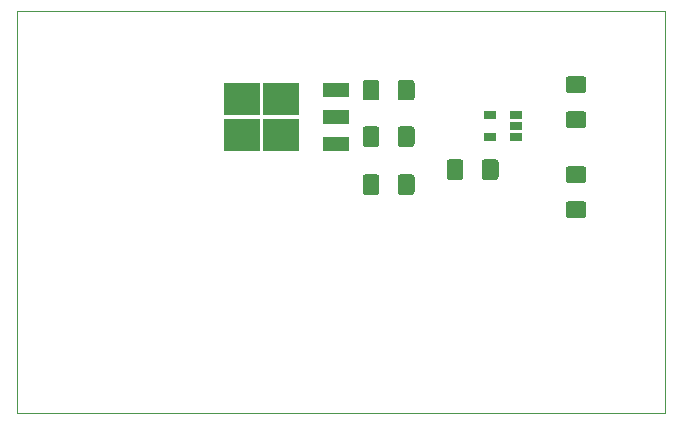
<source format=gbr>
G04 #@! TF.GenerationSoftware,KiCad,Pcbnew,5.1.6-c6e7f7d~86~ubuntu18.04.1*
G04 #@! TF.CreationDate,2020-06-27T17:21:00+01:00*
G04 #@! TF.ProjectId,UV_LED_Driver,55565f4c-4544-45f4-9472-697665722e6b,rev?*
G04 #@! TF.SameCoordinates,Original*
G04 #@! TF.FileFunction,Paste,Top*
G04 #@! TF.FilePolarity,Positive*
%FSLAX46Y46*%
G04 Gerber Fmt 4.6, Leading zero omitted, Abs format (unit mm)*
G04 Created by KiCad (PCBNEW 5.1.6-c6e7f7d~86~ubuntu18.04.1) date 2020-06-27 17:21:00*
%MOMM*%
%LPD*%
G01*
G04 APERTURE LIST*
G04 #@! TA.AperFunction,Profile*
%ADD10C,0.050000*%
G04 #@! TD*
%ADD11R,1.060000X0.650000*%
%ADD12R,3.050000X2.750000*%
%ADD13R,2.200000X1.200000*%
G04 APERTURE END LIST*
D10*
X203200000Y-58420000D02*
X203200000Y-92456000D01*
X148336000Y-58420000D02*
X203200000Y-58420000D01*
X148336000Y-92456000D02*
X148336000Y-58420000D01*
X203200000Y-92456000D02*
X148336000Y-92456000D01*
D11*
X188384000Y-69149000D03*
X188384000Y-67249000D03*
X190584000Y-67249000D03*
X190584000Y-68199000D03*
X190584000Y-69149000D03*
G36*
G01*
X180607000Y-69713000D02*
X180607000Y-68463000D01*
G75*
G02*
X180857000Y-68213000I250000J0D01*
G01*
X181782000Y-68213000D01*
G75*
G02*
X182032000Y-68463000I0J-250000D01*
G01*
X182032000Y-69713000D01*
G75*
G02*
X181782000Y-69963000I-250000J0D01*
G01*
X180857000Y-69963000D01*
G75*
G02*
X180607000Y-69713000I0J250000D01*
G01*
G37*
G36*
G01*
X177632000Y-69713000D02*
X177632000Y-68463000D01*
G75*
G02*
X177882000Y-68213000I250000J0D01*
G01*
X178807000Y-68213000D01*
G75*
G02*
X179057000Y-68463000I0J-250000D01*
G01*
X179057000Y-69713000D01*
G75*
G02*
X178807000Y-69963000I-250000J0D01*
G01*
X177882000Y-69963000D01*
G75*
G02*
X177632000Y-69713000I0J250000D01*
G01*
G37*
G36*
G01*
X180607000Y-65776000D02*
X180607000Y-64526000D01*
G75*
G02*
X180857000Y-64276000I250000J0D01*
G01*
X181782000Y-64276000D01*
G75*
G02*
X182032000Y-64526000I0J-250000D01*
G01*
X182032000Y-65776000D01*
G75*
G02*
X181782000Y-66026000I-250000J0D01*
G01*
X180857000Y-66026000D01*
G75*
G02*
X180607000Y-65776000I0J250000D01*
G01*
G37*
G36*
G01*
X177632000Y-65776000D02*
X177632000Y-64526000D01*
G75*
G02*
X177882000Y-64276000I250000J0D01*
G01*
X178807000Y-64276000D01*
G75*
G02*
X179057000Y-64526000I0J-250000D01*
G01*
X179057000Y-65776000D01*
G75*
G02*
X178807000Y-66026000I-250000J0D01*
G01*
X177882000Y-66026000D01*
G75*
G02*
X177632000Y-65776000I0J250000D01*
G01*
G37*
G36*
G01*
X180607000Y-73777000D02*
X180607000Y-72527000D01*
G75*
G02*
X180857000Y-72277000I250000J0D01*
G01*
X181782000Y-72277000D01*
G75*
G02*
X182032000Y-72527000I0J-250000D01*
G01*
X182032000Y-73777000D01*
G75*
G02*
X181782000Y-74027000I-250000J0D01*
G01*
X180857000Y-74027000D01*
G75*
G02*
X180607000Y-73777000I0J250000D01*
G01*
G37*
G36*
G01*
X177632000Y-73777000D02*
X177632000Y-72527000D01*
G75*
G02*
X177882000Y-72277000I250000J0D01*
G01*
X178807000Y-72277000D01*
G75*
G02*
X179057000Y-72527000I0J-250000D01*
G01*
X179057000Y-73777000D01*
G75*
G02*
X178807000Y-74027000I-250000J0D01*
G01*
X177882000Y-74027000D01*
G75*
G02*
X177632000Y-73777000I0J250000D01*
G01*
G37*
D12*
X170771000Y-65912000D03*
X167421000Y-68962000D03*
X170771000Y-68962000D03*
X167421000Y-65912000D03*
D13*
X175396000Y-65157000D03*
X175396000Y-67437000D03*
X175396000Y-69717000D03*
G36*
G01*
X187719000Y-72507000D02*
X187719000Y-71257000D01*
G75*
G02*
X187969000Y-71007000I250000J0D01*
G01*
X188894000Y-71007000D01*
G75*
G02*
X189144000Y-71257000I0J-250000D01*
G01*
X189144000Y-72507000D01*
G75*
G02*
X188894000Y-72757000I-250000J0D01*
G01*
X187969000Y-72757000D01*
G75*
G02*
X187719000Y-72507000I0J250000D01*
G01*
G37*
G36*
G01*
X184744000Y-72507000D02*
X184744000Y-71257000D01*
G75*
G02*
X184994000Y-71007000I250000J0D01*
G01*
X185919000Y-71007000D01*
G75*
G02*
X186169000Y-71257000I0J-250000D01*
G01*
X186169000Y-72507000D01*
G75*
G02*
X185919000Y-72757000I-250000J0D01*
G01*
X184994000Y-72757000D01*
G75*
G02*
X184744000Y-72507000I0J250000D01*
G01*
G37*
G36*
G01*
X196332000Y-73012000D02*
X195082000Y-73012000D01*
G75*
G02*
X194832000Y-72762000I0J250000D01*
G01*
X194832000Y-71837000D01*
G75*
G02*
X195082000Y-71587000I250000J0D01*
G01*
X196332000Y-71587000D01*
G75*
G02*
X196582000Y-71837000I0J-250000D01*
G01*
X196582000Y-72762000D01*
G75*
G02*
X196332000Y-73012000I-250000J0D01*
G01*
G37*
G36*
G01*
X196332000Y-75987000D02*
X195082000Y-75987000D01*
G75*
G02*
X194832000Y-75737000I0J250000D01*
G01*
X194832000Y-74812000D01*
G75*
G02*
X195082000Y-74562000I250000J0D01*
G01*
X196332000Y-74562000D01*
G75*
G02*
X196582000Y-74812000I0J-250000D01*
G01*
X196582000Y-75737000D01*
G75*
G02*
X196332000Y-75987000I-250000J0D01*
G01*
G37*
G36*
G01*
X196332000Y-65392000D02*
X195082000Y-65392000D01*
G75*
G02*
X194832000Y-65142000I0J250000D01*
G01*
X194832000Y-64217000D01*
G75*
G02*
X195082000Y-63967000I250000J0D01*
G01*
X196332000Y-63967000D01*
G75*
G02*
X196582000Y-64217000I0J-250000D01*
G01*
X196582000Y-65142000D01*
G75*
G02*
X196332000Y-65392000I-250000J0D01*
G01*
G37*
G36*
G01*
X196332000Y-68367000D02*
X195082000Y-68367000D01*
G75*
G02*
X194832000Y-68117000I0J250000D01*
G01*
X194832000Y-67192000D01*
G75*
G02*
X195082000Y-66942000I250000J0D01*
G01*
X196332000Y-66942000D01*
G75*
G02*
X196582000Y-67192000I0J-250000D01*
G01*
X196582000Y-68117000D01*
G75*
G02*
X196332000Y-68367000I-250000J0D01*
G01*
G37*
M02*

</source>
